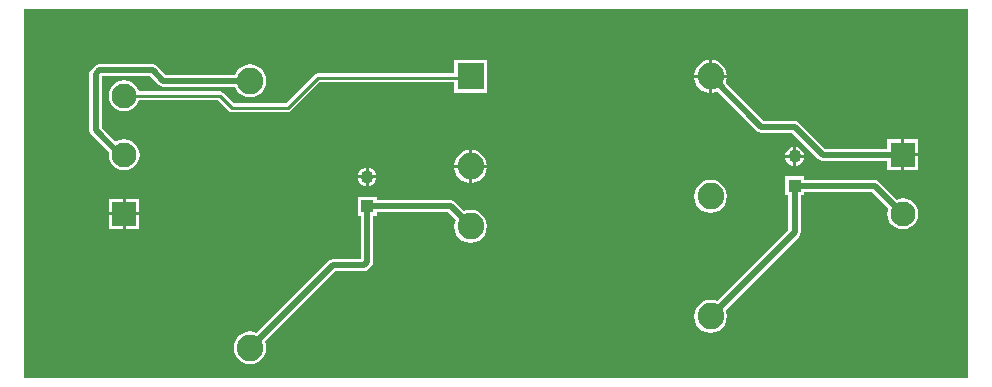
<source format=gtl>
G04*
G04 #@! TF.GenerationSoftware,Altium Limited,Altium Designer,20.0.10 (225)*
G04*
G04 Layer_Physical_Order=1*
G04 Layer_Color=255*
%FSLAX43Y43*%
%MOMM*%
G71*
G01*
G75*
%ADD12C,0.254*%
%ADD19C,0.500*%
%ADD20C,1.100*%
%ADD21R,1.100X1.100*%
%ADD22C,2.250*%
%ADD23R,2.250X2.250*%
%ADD24R,2.100X2.100*%
%ADD25C,2.100*%
G36*
X80384Y388D02*
X388D01*
Y31616D01*
X80384D01*
Y388D01*
D02*
G37*
%LPC*%
G36*
X58674Y27282D02*
Y26035D01*
X59921D01*
X59891Y26268D01*
X59752Y26603D01*
X59531Y26892D01*
X59242Y27113D01*
X58907Y27252D01*
X58674Y27282D01*
D02*
G37*
G36*
X58420D02*
X58187Y27252D01*
X57852Y27113D01*
X57563Y26892D01*
X57342Y26603D01*
X57203Y26268D01*
X57173Y26035D01*
X58420D01*
Y27282D01*
D02*
G37*
G36*
Y25781D02*
X57173D01*
X57203Y25548D01*
X57342Y25213D01*
X57563Y24924D01*
X57852Y24703D01*
X58187Y24564D01*
X58420Y24534D01*
Y25781D01*
D02*
G37*
G36*
X11303Y26930D02*
X6770D01*
X6573Y26891D01*
X6407Y26779D01*
X6114Y26486D01*
X6002Y26320D01*
X5963Y26123D01*
Y21336D01*
X6002Y21139D01*
X6114Y20973D01*
X7604Y19482D01*
X7575Y19257D01*
X7620Y18917D01*
X7751Y18599D01*
X7960Y18327D01*
X8232Y18118D01*
X8550Y17987D01*
X8890Y17942D01*
X9230Y17987D01*
X9548Y18118D01*
X9820Y18327D01*
X10029Y18599D01*
X10160Y18917D01*
X10205Y19257D01*
X10160Y19597D01*
X10029Y19915D01*
X9820Y20187D01*
X9548Y20396D01*
X9230Y20527D01*
X8890Y20572D01*
X8550Y20527D01*
X8232Y20396D01*
X8182Y20358D01*
X6991Y21549D01*
Y25902D01*
X11090D01*
X11829Y25164D01*
X11995Y25052D01*
X12192Y25013D01*
X18277D01*
X18353Y24829D01*
X18574Y24540D01*
X18863Y24319D01*
X19198Y24180D01*
X19558Y24133D01*
X19918Y24180D01*
X20253Y24319D01*
X20542Y24540D01*
X20763Y24829D01*
X20902Y25164D01*
X20949Y25524D01*
X20902Y25884D01*
X20763Y26219D01*
X20542Y26508D01*
X20253Y26729D01*
X19918Y26868D01*
X19558Y26915D01*
X19198Y26868D01*
X18863Y26729D01*
X18574Y26508D01*
X18353Y26219D01*
X18279Y26041D01*
X12405D01*
X11666Y26779D01*
X11500Y26891D01*
X11303Y26930D01*
D02*
G37*
G36*
X39606Y27287D02*
X36848D01*
Y26169D01*
X25273D01*
X25124Y26140D01*
X24998Y26056D01*
X22572Y23629D01*
X18195D01*
X17293Y24532D01*
X17167Y24616D01*
X17018Y24645D01*
X10141D01*
X10029Y24915D01*
X9820Y25187D01*
X9548Y25396D01*
X9230Y25527D01*
X8890Y25572D01*
X8550Y25527D01*
X8232Y25396D01*
X7960Y25187D01*
X7751Y24915D01*
X7620Y24597D01*
X7575Y24257D01*
X7620Y23917D01*
X7751Y23599D01*
X7960Y23327D01*
X8232Y23118D01*
X8550Y22987D01*
X8890Y22942D01*
X9230Y22987D01*
X9548Y23118D01*
X9820Y23327D01*
X10029Y23599D01*
X10141Y23869D01*
X16857D01*
X17759Y22966D01*
X17885Y22882D01*
X17910Y22877D01*
X18034Y22853D01*
X22733D01*
X22882Y22882D01*
X23008Y22966D01*
X25434Y25393D01*
X36848D01*
Y24529D01*
X39606D01*
Y27287D01*
D02*
G37*
G36*
X76107Y20568D02*
X74930D01*
Y19391D01*
X76107D01*
Y20568D01*
D02*
G37*
G36*
X65786Y19931D02*
Y19264D01*
X66453D01*
X66442Y19347D01*
X66361Y19542D01*
X66232Y19710D01*
X66064Y19839D01*
X65869Y19920D01*
X65786Y19931D01*
D02*
G37*
G36*
X65532D02*
X65449Y19920D01*
X65254Y19839D01*
X65086Y19710D01*
X64957Y19542D01*
X64876Y19347D01*
X64865Y19264D01*
X65532D01*
Y19931D01*
D02*
G37*
G36*
X38354Y19662D02*
Y18415D01*
X39601D01*
X39571Y18648D01*
X39432Y18983D01*
X39211Y19272D01*
X38922Y19493D01*
X38587Y19632D01*
X38354Y19662D01*
D02*
G37*
G36*
X38100D02*
X37867Y19632D01*
X37532Y19493D01*
X37243Y19272D01*
X37022Y18983D01*
X36883Y18648D01*
X36853Y18415D01*
X38100D01*
Y19662D01*
D02*
G37*
G36*
X66453Y19010D02*
X65786D01*
Y18343D01*
X65869Y18354D01*
X66064Y18435D01*
X66232Y18564D01*
X66361Y18732D01*
X66442Y18927D01*
X66453Y19010D01*
D02*
G37*
G36*
X65532D02*
X64865D01*
X64876Y18927D01*
X64957Y18732D01*
X65086Y18564D01*
X65254Y18435D01*
X65449Y18354D01*
X65532Y18343D01*
Y19010D01*
D02*
G37*
G36*
X76107Y19137D02*
X74930D01*
Y17960D01*
X76107D01*
Y19137D01*
D02*
G37*
G36*
X59921Y25781D02*
X58674D01*
Y24534D01*
X58907Y24564D01*
X59089Y24640D01*
X62455Y21274D01*
X62566Y21199D01*
X62621Y21162D01*
X62818Y21123D01*
X65446D01*
X67669Y18901D01*
X67835Y18789D01*
X68032Y18750D01*
X73499D01*
Y17960D01*
X74676D01*
Y19264D01*
Y20568D01*
X73499D01*
Y19778D01*
X68245D01*
X66022Y22000D01*
X65856Y22112D01*
X65659Y22151D01*
X63031D01*
X59815Y25366D01*
X59891Y25548D01*
X59921Y25781D01*
D02*
G37*
G36*
X29591Y18193D02*
Y17526D01*
X30258D01*
X30247Y17609D01*
X30166Y17804D01*
X30037Y17972D01*
X29869Y18101D01*
X29674Y18182D01*
X29591Y18193D01*
D02*
G37*
G36*
X29337D02*
X29254Y18182D01*
X29059Y18101D01*
X28891Y17972D01*
X28762Y17804D01*
X28681Y17609D01*
X28670Y17526D01*
X29337D01*
Y18193D01*
D02*
G37*
G36*
X39601Y18161D02*
X38354D01*
Y16914D01*
X38587Y16944D01*
X38922Y17083D01*
X39211Y17304D01*
X39432Y17593D01*
X39571Y17928D01*
X39601Y18161D01*
D02*
G37*
G36*
X38100D02*
X36853D01*
X36883Y17928D01*
X37022Y17593D01*
X37243Y17304D01*
X37532Y17083D01*
X37867Y16944D01*
X38100Y16914D01*
Y18161D01*
D02*
G37*
G36*
X30258Y17272D02*
X29591D01*
Y16605D01*
X29674Y16616D01*
X29869Y16697D01*
X30037Y16826D01*
X30166Y16994D01*
X30247Y17189D01*
X30258Y17272D01*
D02*
G37*
G36*
X29337D02*
X28670D01*
X28681Y17189D01*
X28762Y16994D01*
X28891Y16826D01*
X29059Y16697D01*
X29254Y16616D01*
X29337Y16605D01*
Y17272D01*
D02*
G37*
G36*
X10194Y15561D02*
X9017D01*
Y14384D01*
X10194D01*
Y15561D01*
D02*
G37*
G36*
X8763D02*
X7586D01*
Y14384D01*
X8763D01*
Y15561D01*
D02*
G37*
G36*
X58547Y17139D02*
X58187Y17092D01*
X57852Y16953D01*
X57563Y16732D01*
X57342Y16443D01*
X57203Y16108D01*
X57156Y15748D01*
X57203Y15388D01*
X57342Y15053D01*
X57563Y14764D01*
X57852Y14543D01*
X58187Y14404D01*
X58547Y14357D01*
X58907Y14404D01*
X59242Y14543D01*
X59531Y14764D01*
X59752Y15053D01*
X59891Y15388D01*
X59938Y15748D01*
X59891Y16108D01*
X59752Y16443D01*
X59531Y16732D01*
X59242Y16953D01*
X58907Y17092D01*
X58547Y17139D01*
D02*
G37*
G36*
X10194Y14130D02*
X9017D01*
Y12953D01*
X10194D01*
Y14130D01*
D02*
G37*
G36*
X8763D02*
X7586D01*
Y12953D01*
X8763D01*
Y14130D01*
D02*
G37*
G36*
X66463Y17441D02*
X64855D01*
Y15833D01*
X65145D01*
Y12913D01*
X59089Y6856D01*
X58907Y6932D01*
X58547Y6979D01*
X58187Y6932D01*
X57852Y6793D01*
X57563Y6572D01*
X57342Y6283D01*
X57203Y5948D01*
X57156Y5588D01*
X57203Y5228D01*
X57342Y4893D01*
X57563Y4604D01*
X57852Y4383D01*
X58187Y4244D01*
X58547Y4197D01*
X58907Y4244D01*
X59242Y4383D01*
X59531Y4604D01*
X59752Y4893D01*
X59891Y5228D01*
X59938Y5588D01*
X59891Y5948D01*
X59815Y6130D01*
X66022Y12337D01*
X66134Y12503D01*
X66173Y12700D01*
Y15833D01*
X66463D01*
Y16123D01*
X72217D01*
X73592Y14748D01*
X73533Y14604D01*
X73488Y14264D01*
X73533Y13924D01*
X73664Y13606D01*
X73873Y13334D01*
X74145Y13125D01*
X74463Y12994D01*
X74803Y12949D01*
X75143Y12994D01*
X75461Y13125D01*
X75733Y13334D01*
X75942Y13606D01*
X76073Y13924D01*
X76118Y14264D01*
X76073Y14604D01*
X75942Y14922D01*
X75733Y15194D01*
X75461Y15403D01*
X75143Y15534D01*
X74803Y15579D01*
X74463Y15534D01*
X74319Y15475D01*
X72793Y17000D01*
X72627Y17112D01*
X72430Y17151D01*
X66463D01*
Y17441D01*
D02*
G37*
G36*
X30268Y15703D02*
X28660D01*
Y14095D01*
X28950D01*
Y10420D01*
X26540D01*
X26343Y10381D01*
X26177Y10269D01*
X20100Y4192D01*
X19918Y4267D01*
X19558Y4315D01*
X19198Y4267D01*
X18863Y4129D01*
X18574Y3908D01*
X18353Y3619D01*
X18214Y3284D01*
X18167Y2924D01*
X18214Y2564D01*
X18353Y2229D01*
X18574Y1940D01*
X18863Y1719D01*
X19198Y1580D01*
X19558Y1533D01*
X19918Y1580D01*
X20253Y1719D01*
X20542Y1940D01*
X20763Y2229D01*
X20902Y2564D01*
X20949Y2924D01*
X20902Y3284D01*
X20826Y3466D01*
X26753Y9392D01*
X29171D01*
X29368Y9431D01*
X29534Y9543D01*
X29827Y9836D01*
X29939Y10002D01*
X29978Y10199D01*
Y14095D01*
X30268D01*
Y14385D01*
X36323D01*
X36959Y13750D01*
X36883Y13568D01*
X36836Y13208D01*
X36883Y12848D01*
X37022Y12513D01*
X37243Y12224D01*
X37532Y12003D01*
X37867Y11864D01*
X38227Y11817D01*
X38587Y11864D01*
X38922Y12003D01*
X39211Y12224D01*
X39432Y12513D01*
X39571Y12848D01*
X39618Y13208D01*
X39571Y13568D01*
X39432Y13903D01*
X39211Y14192D01*
X38922Y14413D01*
X38587Y14552D01*
X38227Y14599D01*
X37867Y14552D01*
X37685Y14476D01*
X36899Y15262D01*
X36733Y15374D01*
X36536Y15413D01*
X30268D01*
Y15703D01*
D02*
G37*
%LPD*%
D12*
X3988Y29083D02*
G03*
X3988Y29083I-1448J0D01*
G01*
X25273Y25781D02*
X38100D01*
X8890Y19257D02*
Y19685D01*
X38100Y25781D02*
X38227Y25908D01*
X22733Y23241D02*
X25273Y25781D01*
X18034Y23241D02*
X22733D01*
X8890Y24257D02*
X17018D01*
X18034Y23241D01*
D19*
X65659Y16637D02*
X72430D01*
X74803Y14264D01*
X58547Y5588D02*
X65659Y12700D01*
Y16637D01*
X29464Y14899D02*
X36536D01*
X38227Y13208D01*
X26540Y9906D02*
X29171D01*
X29464Y10199D02*
Y14899D01*
X29171Y9906D02*
X29464Y10199D01*
X19558Y2924D02*
X26540Y9906D01*
X8556Y19257D02*
X8890D01*
X6477Y21336D02*
X8556Y19257D01*
X6770Y26416D02*
X11303D01*
X6477Y26123D02*
X6770Y26416D01*
X6477Y21336D02*
Y26123D01*
X11303Y26416D02*
X12192Y25527D01*
X19555D01*
X19558Y25524D01*
X62818Y21637D02*
X65659D01*
X58547Y25908D02*
X62818Y21637D01*
X68032Y19264D02*
X74803D01*
X65659Y21637D02*
X68032Y19264D01*
D20*
X65659Y19137D02*
D03*
X29464Y17399D02*
D03*
D21*
X65659Y16637D02*
D03*
X29464Y14899D02*
D03*
D22*
X19558Y25524D02*
D03*
Y2924D02*
D03*
X58547Y5588D02*
D03*
Y25908D02*
D03*
X38227Y13208D02*
D03*
Y18288D02*
D03*
X58547Y15748D02*
D03*
D23*
X38227Y25908D02*
D03*
D24*
X8890Y14257D02*
D03*
X74803Y19264D02*
D03*
D25*
X8890Y19257D02*
D03*
Y24257D02*
D03*
X74803Y14264D02*
D03*
M02*

</source>
